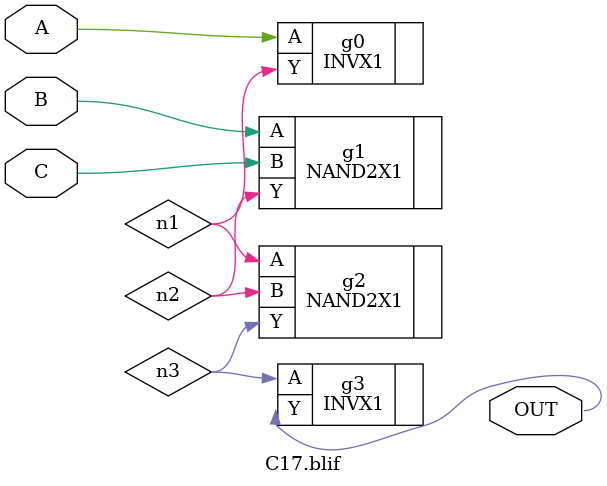
<source format=v>

module C17.blif ( 
    A, B, C, OUT );
  input  A, B, C;
  output OUT ;
  wire n1, n2, n3;
  INVX1    g0(.A(A), .Y(n1));
  NAND2X1  g1(.A(B), .B(C), .Y(n2)); 
  NAND2X1  g2(.A(n1), .B(n2), .Y(n3));
  INVX1    g3(.A(n3), .Y(OUT));
endmodule



</source>
